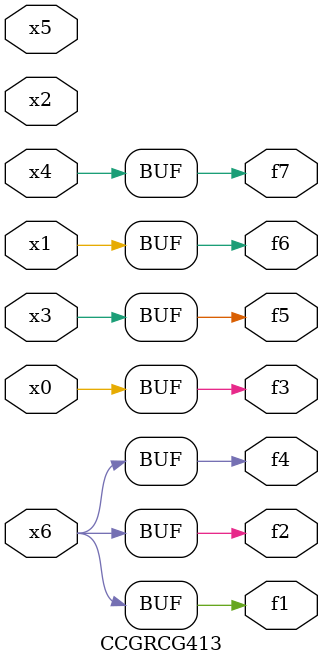
<source format=v>
module CCGRCG413(
	input x0, x1, x2, x3, x4, x5, x6,
	output f1, f2, f3, f4, f5, f6, f7
);
	assign f1 = x6;
	assign f2 = x6;
	assign f3 = x0;
	assign f4 = x6;
	assign f5 = x3;
	assign f6 = x1;
	assign f7 = x4;
endmodule

</source>
